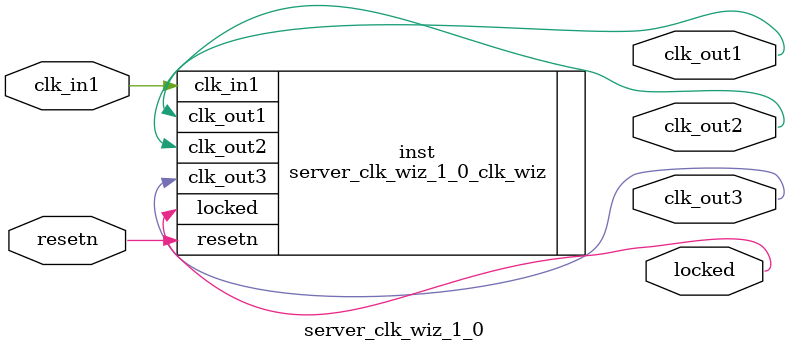
<source format=v>


`timescale 1ps/1ps

(* CORE_GENERATION_INFO = "server_clk_wiz_1_0,clk_wiz_v6_0_2_0_0,{component_name=server_clk_wiz_1_0,use_phase_alignment=true,use_min_o_jitter=false,use_max_i_jitter=false,use_dyn_phase_shift=false,use_inclk_switchover=false,use_dyn_reconfig=false,enable_axi=0,feedback_source=FDBK_AUTO,PRIMITIVE=MMCM,num_out_clk=3,clkin1_period=10.000,clkin2_period=10.000,use_power_down=false,use_reset=true,use_locked=true,use_inclk_stopped=false,feedback_type=SINGLE,CLOCK_MGR_TYPE=NA,manual_override=false}" *)

module server_clk_wiz_1_0 
 (
  // Clock out ports
  output        clk_out1,
  output        clk_out2,
  output        clk_out3,
  // Status and control signals
  input         resetn,
  output        locked,
 // Clock in ports
  input         clk_in1
 );

  server_clk_wiz_1_0_clk_wiz inst
  (
  // Clock out ports  
  .clk_out1(clk_out1),
  .clk_out2(clk_out2),
  .clk_out3(clk_out3),
  // Status and control signals               
  .resetn(resetn), 
  .locked(locked),
 // Clock in ports
  .clk_in1(clk_in1)
  );

endmodule

</source>
